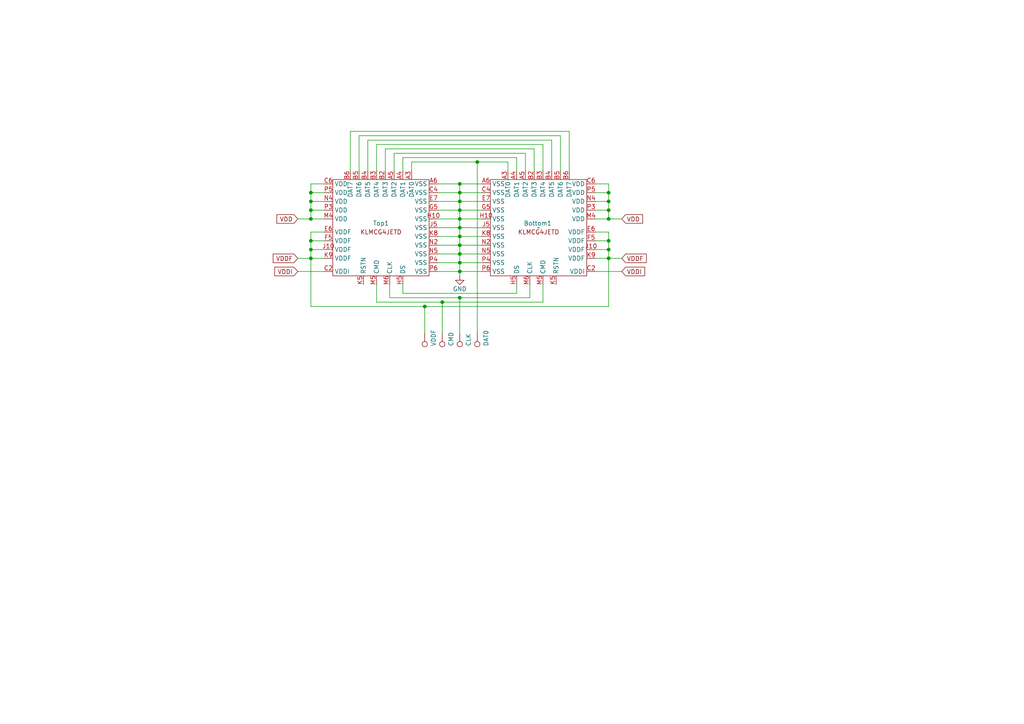
<source format=kicad_sch>
(kicad_sch (version 20230121) (generator eeschema)
  (paper "A4")
  (lib_symbols
    (symbol "KLMCG4JETD:bottom"
      (property "Reference" "U" (at 0 1.27 0))
      (symbol "bottom_0_1"
        (rectangle (start -13.97 13.97) (end 13.97 -13.97))
      )
      (symbol "bottom_1_1"
        (text "KLMCG4JETD" (at 0 -1.27 0) (effects (font (size 1.27 1.27))))
        (pin bidirectional line (at 8.89 16.51 270) (length 2.54) (name "DAT0") (number "A3"))
        (pin bidirectional line (at 6.35 16.51 270) (length 2.54) (name "DAT1") (number "A4"))
        (pin bidirectional line (at 3.81 16.51 270) (length 2.54) (name "DAT2") (number "A5"))
        (pin power_out line (at 16.51 12.7 180) (length 2.54) (name "VSS") (number "A6"))
        (pin bidirectional line (at 1.27 16.51 270) (length 2.54) (name "DAT3") (number "B2"))
        (pin bidirectional line (at -1.27 16.51 270) (length 2.54) (name "DAT4") (number "B3"))
        (pin bidirectional line (at -3.81 16.51 270) (length 2.54) (name "DAT5") (number "B4"))
        (pin bidirectional line (at -6.35 16.51 270) (length 2.54) (name "DAT6") (number "B5"))
        (pin bidirectional line (at -8.89 16.51 270) (length 2.54) (name "DAT7") (number "B6"))
        (pin power_in line (at -16.51 -12.7 0) (length 2.54) (name "VDDI") (number "C2"))
        (pin power_out line (at 16.51 10.16 180) (length 2.54) (name "VSS") (number "C4"))
        (pin power_in line (at -16.51 12.7 0) (length 2.54) (name "VDD") (number "C6"))
        (pin power_in line (at -16.51 -1.27 0) (length 2.54) (name "VDDF") (number "E6"))
        (pin power_out line (at 16.51 7.62 180) (length 2.54) (name "VSS") (number "E7"))
        (pin power_in line (at -16.51 -3.81 0) (length 2.54) (name "VDDF") (number "F5"))
        (pin power_out line (at 16.51 5.08 180) (length 2.54) (name "VSS") (number "G5"))
        (pin power_out line (at 16.51 2.54 180) (length 2.54) (name "VSS") (number "H10"))
        (pin output line (at 6.35 -16.51 90) (length 2.54) (name "DS") (number "H5"))
        (pin power_in line (at -16.51 -6.35 0) (length 2.54) (name "VDDF") (number "J10"))
        (pin power_out line (at 16.51 0 180) (length 2.54) (name "VSS") (number "J5"))
        (pin input line (at -5.08 -16.51 90) (length 2.54) (name "RSTN") (number "K5"))
        (pin power_out line (at 16.51 -2.54 180) (length 2.54) (name "VSS") (number "K8"))
        (pin power_in line (at -16.51 -8.89 0) (length 2.54) (name "VDDF") (number "K9"))
        (pin power_in line (at -16.51 2.54 0) (length 2.54) (name "VDD") (number "M4"))
        (pin bidirectional line (at -1.27 -16.51 90) (length 2.54) (name "CMD") (number "M5"))
        (pin output line (at 2.54 -16.51 90) (length 2.54) (name "CLK") (number "M6"))
        (pin power_out line (at 16.51 -5.08 180) (length 2.54) (name "VSS") (number "N2"))
        (pin power_in line (at -16.51 7.62 0) (length 2.54) (name "VDD") (number "N4"))
        (pin power_out line (at 16.51 -7.62 180) (length 2.54) (name "VSS") (number "N5"))
        (pin power_in line (at -16.51 5.08 0) (length 2.54) (name "VDD") (number "P3"))
        (pin power_out line (at 16.51 -10.16 180) (length 2.54) (name "VSS") (number "P4"))
        (pin power_in line (at -16.51 10.16 0) (length 2.54) (name "VDD") (number "P5"))
        (pin power_out line (at 16.51 -12.7 180) (length 2.54) (name "VSS") (number "P6"))
      )
    )
    (symbol "KLMCG4JETD:top" (in_bom no)
      (symbol "top_0_1"
        (rectangle (start -13.97 13.97) (end 13.97 -13.97))
      )
      (symbol "top_1_1"
        (text "KLMCG4JETD" (at 0 -1.27 0) (effects (font (size 1.27 1.27))))
        (pin bidirectional line (at 8.89 16.51 270) (length 2.54) (name "DAT0") (number "A3"))
        (pin bidirectional line (at 6.35 16.51 270) (length 2.54) (name "DAT1") (number "A4"))
        (pin bidirectional line (at 3.81 16.51 270) (length 2.54) (name "DAT2") (number "A5"))
        (pin power_out line (at 16.51 12.7 180) (length 2.54) (name "VSS") (number "A6"))
        (pin bidirectional line (at 1.27 16.51 270) (length 2.54) (name "DAT3") (number "B2"))
        (pin bidirectional line (at -1.27 16.51 270) (length 2.54) (name "DAT4") (number "B3"))
        (pin bidirectional line (at -3.81 16.51 270) (length 2.54) (name "DAT5") (number "B4"))
        (pin bidirectional line (at -6.35 16.51 270) (length 2.54) (name "DAT6") (number "B5"))
        (pin bidirectional line (at -8.89 16.51 270) (length 2.54) (name "DAT7") (number "B6"))
        (pin power_in line (at -16.51 -12.7 0) (length 2.54) (name "VDDI") (number "C2"))
        (pin power_out line (at 16.51 10.16 180) (length 2.54) (name "VSS") (number "C4"))
        (pin power_in line (at -16.51 12.7 0) (length 2.54) (name "VDD") (number "C6"))
        (pin power_in line (at -16.51 -1.27 0) (length 2.54) (name "VDDF") (number "E6"))
        (pin power_out line (at 16.51 7.62 180) (length 2.54) (name "VSS") (number "E7"))
        (pin power_in line (at -16.51 -3.81 0) (length 2.54) (name "VDDF") (number "F5"))
        (pin power_out line (at 16.51 5.08 180) (length 2.54) (name "VSS") (number "G5"))
        (pin power_out line (at 16.51 2.54 180) (length 2.54) (name "VSS") (number "H10"))
        (pin output line (at 6.35 -16.51 90) (length 2.54) (name "DS") (number "H5"))
        (pin power_in line (at -16.51 -6.35 0) (length 2.54) (name "VDDF") (number "J10"))
        (pin power_out line (at 16.51 0 180) (length 2.54) (name "VSS") (number "J5"))
        (pin input line (at -5.08 -16.51 90) (length 2.54) (name "RSTN") (number "K5"))
        (pin power_out line (at 16.51 -2.54 180) (length 2.54) (name "VSS") (number "K8"))
        (pin power_in line (at -16.51 -8.89 0) (length 2.54) (name "VDDF") (number "K9"))
        (pin power_in line (at -16.51 2.54 0) (length 2.54) (name "VDD") (number "M4"))
        (pin bidirectional line (at -1.27 -16.51 90) (length 2.54) (name "CMD") (number "M5"))
        (pin output line (at 2.54 -16.51 90) (length 2.54) (name "CLK") (number "M6"))
        (pin power_out line (at 16.51 -5.08 180) (length 2.54) (name "VSS") (number "N2"))
        (pin power_in line (at -16.51 7.62 0) (length 2.54) (name "VDD") (number "N4"))
        (pin power_out line (at 16.51 -7.62 180) (length 2.54) (name "VSS") (number "N5"))
        (pin power_in line (at -16.51 5.08 0) (length 2.54) (name "VDD") (number "P3"))
        (pin power_out line (at 16.51 -10.16 180) (length 2.54) (name "VSS") (number "P4"))
        (pin power_in line (at -16.51 10.16 0) (length 2.54) (name "VDD") (number "P5"))
        (pin power_out line (at 16.51 -12.7 180) (length 2.54) (name "VSS") (number "P6"))
      )
    )
    (symbol "SniffPoint:CLK" (pin_numbers hide) (pin_names (offset 0.762) hide)
      (property "Reference" "SP" (at 0 6.858 0))
      (property "Value" "CLK" (at 0 5.08 0))
      (symbol "CLK_0_1"
        (circle (center 0 3.302) (radius 0.762))
      )
      (symbol "CLK_1_1"
        (pin passive line (at 0 0 90) (length 2.54) (name "CLK") (number "CLK"))
      )
    )
    (symbol "SniffPoint:CMD" (pin_numbers hide) (pin_names (offset 0.762) hide)
      (property "Reference" "SP" (at 0 6.858 0))
      (property "Value" "CMD" (at 0 5.08 0))
      (symbol "CMD_0_1"
        (circle (center 0 3.302) (radius 0.762))
      )
      (symbol "CMD_1_1"
        (pin passive line (at 0 0 90) (length 2.54) (name "CMD") (number "CMD"))
      )
    )
    (symbol "SniffPoint:DAT0" (pin_numbers hide) (pin_names (offset 0.762) hide)
      (property "Reference" "SP" (at 0 6.858 0))
      (property "Value" "DAT0" (at 0 5.08 0))
      (symbol "DAT0_0_1"
        (circle (center 0 3.302) (radius 0.762))
      )
      (symbol "DAT0_1_1"
        (pin passive line (at 0 0 90) (length 2.54) (name "DAT0") (number "DAT0"))
      )
    )
    (symbol "power:GND" (power) (pin_numbers hide) (pin_names (offset 0) hide)
      (property "Value" "GND" (at 0 -3.81 0))
      (symbol "GND_0_1"
        (polyline (pts (xy 0 0) (xy 0 -1.27) (xy 1.27 -1.27) (xy 0 -2.54) (xy -1.27 -1.27) (xy 0 -1.27)))
      )
      (symbol "GND_1_1"
        (pin power_in line (at 0 0 270) (length 0) hide (name "GND") (number "1"))
      )
    )
  )
  (junction (at 138.43 46.99))
  (junction (at 90.17 72.39))
  (junction (at 133.35 76.2))
  (junction (at 133.35 68.58))
  (junction (at 133.35 66.04))
  (junction (at 133.35 86.36))
  (junction (at 133.35 78.74))
  (junction (at 176.53 55.88))
  (junction (at 133.35 58.42))
  (junction (at 176.53 74.93))
  (junction (at 133.35 63.5))
  (junction (at 176.53 69.85))
  (junction (at 128.27 87.63))
  (junction (at 90.17 58.42))
  (junction (at 90.17 60.96))
  (junction (at 133.35 71.12))
  (junction (at 133.35 53.34))
  (junction (at 123.19 88.9))
  (junction (at 90.17 69.85))
  (junction (at 133.35 55.88))
  (junction (at 90.17 55.88))
  (junction (at 176.53 58.42))
  (junction (at 176.53 60.96))
  (junction (at 90.17 74.93))
  (junction (at 133.35 60.96))
  (junction (at 176.53 72.39))
  (junction (at 133.35 73.66))
  (junction (at 90.17 63.5))
  (junction (at 176.53 63.5))
  (wire (pts (xy 127 73.66) (xy 133.35 73.66)))
  (wire (pts (xy 153.67 86.36) (xy 153.67 82.55)))
  (wire (pts (xy 90.17 67.31) (xy 90.17 69.85)))
  (wire (pts (xy 101.6 49.53) (xy 101.6 38.1)))
  (wire (pts (xy 123.19 88.9) (xy 123.19 96.52)))
  (wire (pts (xy 90.17 58.42) (xy 90.17 60.96)))
  (wire (pts (xy 113.03 82.55) (xy 113.03 86.36)))
  (wire (pts (xy 172.72 63.5) (xy 176.53 63.5)))
  (wire (pts (xy 111.76 49.53) (xy 111.76 43.18)))
  (wire (pts (xy 127 60.96) (xy 133.35 60.96)))
  (wire (pts (xy 133.35 55.88) (xy 139.7 55.88)))
  (wire (pts (xy 133.35 71.12) (xy 133.35 73.66)))
  (wire (pts (xy 116.84 45.72) (xy 149.86 45.72)))
  (wire (pts (xy 157.48 41.91) (xy 157.48 49.53)))
  (wire (pts (xy 133.35 78.74) (xy 139.7 78.74)))
  (wire (pts (xy 157.48 82.55) (xy 157.48 87.63)))
  (wire (pts (xy 133.35 58.42) (xy 133.35 60.96)))
  (wire (pts (xy 93.98 58.42) (xy 90.17 58.42)))
  (wire (pts (xy 133.35 73.66) (xy 133.35 76.2)))
  (wire (pts (xy 162.56 39.37) (xy 162.56 49.53)))
  (wire (pts (xy 133.35 53.34) (xy 139.7 53.34)))
  (wire (pts (xy 138.43 46.99) (xy 138.43 96.52)))
  (wire (pts (xy 133.35 58.42) (xy 139.7 58.42)))
  (wire (pts (xy 90.17 60.96) (xy 90.17 63.5)))
  (wire (pts (xy 176.53 67.31) (xy 176.53 69.85)))
  (wire (pts (xy 127 63.5) (xy 133.35 63.5)))
  (wire (pts (xy 114.3 49.53) (xy 114.3 44.45)))
  (wire (pts (xy 133.35 53.34) (xy 133.35 55.88)))
  (wire (pts (xy 133.35 55.88) (xy 133.35 58.42)))
  (wire (pts (xy 172.72 78.74) (xy 180.34 78.74)))
  (wire (pts (xy 133.35 66.04) (xy 133.35 68.58)))
  (wire (pts (xy 133.35 68.58) (xy 133.35 71.12)))
  (wire (pts (xy 116.84 49.53) (xy 116.84 45.72)))
  (wire (pts (xy 109.22 82.55) (xy 109.22 87.63)))
  (wire (pts (xy 127 66.04) (xy 133.35 66.04)))
  (wire (pts (xy 90.17 74.93) (xy 93.98 74.93)))
  (wire (pts (xy 176.53 74.93) (xy 176.53 88.9)))
  (wire (pts (xy 90.17 55.88) (xy 90.17 58.42)))
  (wire (pts (xy 133.35 76.2) (xy 133.35 78.74)))
  (wire (pts (xy 172.72 53.34) (xy 176.53 53.34)))
  (wire (pts (xy 93.98 72.39) (xy 90.17 72.39)))
  (wire (pts (xy 176.53 60.96) (xy 176.53 63.5)))
  (wire (pts (xy 104.14 49.53) (xy 104.14 39.37)))
  (wire (pts (xy 176.53 72.39) (xy 176.53 74.93)))
  (wire (pts (xy 172.72 55.88) (xy 176.53 55.88)))
  (wire (pts (xy 133.35 60.96) (xy 133.35 63.5)))
  (wire (pts (xy 86.36 78.74) (xy 93.98 78.74)))
  (wire (pts (xy 101.6 38.1) (xy 165.1 38.1)))
  (wire (pts (xy 149.86 85.09) (xy 149.86 82.55)))
  (wire (pts (xy 109.22 41.91) (xy 157.48 41.91)))
  (wire (pts (xy 138.43 46.99) (xy 147.32 46.99)))
  (wire (pts (xy 86.36 74.93) (xy 90.17 74.93)))
  (wire (pts (xy 128.27 87.63) (xy 128.27 96.52)))
  (wire (pts (xy 109.22 49.53) (xy 109.22 41.91)))
  (wire (pts (xy 93.98 53.34) (xy 90.17 53.34)))
  (wire (pts (xy 106.68 40.64) (xy 160.02 40.64)))
  (wire (pts (xy 133.35 68.58) (xy 139.7 68.58)))
  (wire (pts (xy 133.35 66.04) (xy 139.7 66.04)))
  (wire (pts (xy 90.17 74.93) (xy 90.17 88.9)))
  (wire (pts (xy 127 76.2) (xy 133.35 76.2)))
  (wire (pts (xy 127 55.88) (xy 133.35 55.88)))
  (wire (pts (xy 111.76 43.18) (xy 154.94 43.18)))
  (wire (pts (xy 123.19 88.9) (xy 176.53 88.9)))
  (wire (pts (xy 127 71.12) (xy 133.35 71.12)))
  (wire (pts (xy 90.17 72.39) (xy 90.17 74.93)))
  (wire (pts (xy 113.03 86.36) (xy 133.35 86.36)))
  (wire (pts (xy 133.35 63.5) (xy 133.35 66.04)))
  (wire (pts (xy 172.72 60.96) (xy 176.53 60.96)))
  (wire (pts (xy 114.3 44.45) (xy 152.4 44.45)))
  (wire (pts (xy 93.98 69.85) (xy 90.17 69.85)))
  (wire (pts (xy 133.35 71.12) (xy 139.7 71.12)))
  (wire (pts (xy 152.4 44.45) (xy 152.4 49.53)))
  (wire (pts (xy 176.53 69.85) (xy 176.53 72.39)))
  (wire (pts (xy 90.17 63.5) (xy 93.98 63.5)))
  (wire (pts (xy 176.53 53.34) (xy 176.53 55.88)))
  (wire (pts (xy 109.22 87.63) (xy 128.27 87.63)))
  (wire (pts (xy 90.17 69.85) (xy 90.17 72.39)))
  (wire (pts (xy 127 78.74) (xy 133.35 78.74)))
  (wire (pts (xy 133.35 60.96) (xy 139.7 60.96)))
  (wire (pts (xy 128.27 87.63) (xy 157.48 87.63)))
  (wire (pts (xy 172.72 69.85) (xy 176.53 69.85)))
  (wire (pts (xy 172.72 58.42) (xy 176.53 58.42)))
  (wire (pts (xy 127 58.42) (xy 133.35 58.42)))
  (wire (pts (xy 93.98 67.31) (xy 90.17 67.31)))
  (wire (pts (xy 176.53 58.42) (xy 176.53 60.96)))
  (wire (pts (xy 165.1 38.1) (xy 165.1 49.53)))
  (wire (pts (xy 93.98 55.88) (xy 90.17 55.88)))
  (wire (pts (xy 93.98 60.96) (xy 90.17 60.96)))
  (wire (pts (xy 133.35 73.66) (xy 139.7 73.66)))
  (wire (pts (xy 119.38 46.99) (xy 138.43 46.99)))
  (wire (pts (xy 127 68.58) (xy 133.35 68.58)))
  (wire (pts (xy 133.35 86.36) (xy 153.67 86.36)))
  (wire (pts (xy 86.36 63.5) (xy 90.17 63.5)))
  (wire (pts (xy 104.14 39.37) (xy 162.56 39.37)))
  (wire (pts (xy 172.72 74.93) (xy 176.53 74.93)))
  (wire (pts (xy 176.53 74.93) (xy 180.34 74.93)))
  (wire (pts (xy 133.35 63.5) (xy 139.7 63.5)))
  (wire (pts (xy 149.86 45.72) (xy 149.86 49.53)))
  (wire (pts (xy 172.72 72.39) (xy 176.53 72.39)))
  (wire (pts (xy 133.35 86.36) (xy 133.35 96.52)))
  (wire (pts (xy 127 53.34) (xy 133.35 53.34)))
  (wire (pts (xy 116.84 82.55) (xy 116.84 85.09)))
  (wire (pts (xy 133.35 76.2) (xy 139.7 76.2)))
  (wire (pts (xy 176.53 55.88) (xy 176.53 58.42)))
  (wire (pts (xy 176.53 63.5) (xy 180.34 63.5)))
  (wire (pts (xy 172.72 67.31) (xy 176.53 67.31)))
  (wire (pts (xy 160.02 40.64) (xy 160.02 49.53)))
  (wire (pts (xy 106.68 49.53) (xy 106.68 40.64)))
  (wire (pts (xy 116.84 85.09) (xy 149.86 85.09)))
  (wire (pts (xy 119.38 49.53) (xy 119.38 46.99)))
  (wire (pts (xy 154.94 43.18) (xy 154.94 49.53)))
  (wire (pts (xy 147.32 46.99) (xy 147.32 49.53)))
  (wire (pts (xy 90.17 53.34) (xy 90.17 55.88)))
  (wire (pts (xy 133.35 80.01) (xy 133.35 78.74)))
  (wire (pts (xy 90.17 88.9) (xy 123.19 88.9)))
  (global_label "VDDI" (shape input) (at 180.34 78.74 0) (property "Intersheetrefs" "${INTERSHEET_REFS}" (effects hide)))
  (global_label "VDDF" (shape input) (at 180.34 74.93 0) (property "Intersheetrefs" "${INTERSHEET_REFS}" (effects hide)))
  (global_label "VDD" (shape input) (at 86.36 63.5 180) (property "Intersheetrefs" "${INTERSHEET_REFS}" (effects hide)))
  (global_label "VDDI" (shape input) (at 86.36 78.74 180) (property "Intersheetrefs" "${INTERSHEET_REFS}" (effects hide)))
  (global_label "VDD" (shape input) (at 180.34 63.5 0) (property "Intersheetrefs" "${INTERSHEET_REFS}" (effects hide)))
  (global_label "VDDF" (shape input) (at 86.36 74.93 180) (property "Intersheetrefs" "${INTERSHEET_REFS}" (effects hide)))
  (symbol (lib_id "KLMCG4JETD:bottom") (at 156.21 66.04 0) (mirror y) (unit 1)
    (property "Reference" "Bottom1" (at 160.02 64.77 0) (effects (justify left)))
    (property "Value" "~" (at 156.21 66.04 0))
    (property "Footprint" "KLMCG4JETD:Bottom" (effects hide))
  )
  (symbol (lib_id "SniffPoint:CLK") (at 133.35 96.52 180) (unit 1)
    (property "Reference" "SP2" (effects hide))
    (property "Value" "CLK" (at 135.89 100.457 90) (effects (justify right)))
    (property "Footprint" "SniffPoint:CLK" (effects hide))
  )
  (symbol (lib_id "SniffPoint:DAT0") (at 138.43 96.52 180) (unit 1)
    (property "Reference" "SP3" (effects hide))
    (property "Value" "DAT0" (at 140.97 100.457 90) (effects (justify right)))
    (property "Footprint" "SniffPoint:DAT0" (effects hide))
  )
  (symbol (lib_id "power:GND") (at 133.35 80.01 0) (unit 1)
    (property "Reference" "#PWR01" (effects hide))
    (property "Value" "GND" (at 133.35 83.82 0))
  )
  (symbol (lib_id "KLMCG4JETD:top") (at 110.49 66.04 0) (unit 1) (in_bom no)
    (property "Reference" "Top1" (at 110.49 64.77 0))
    (property "Value" "~" (at 118.11 55.88 90))
    (property "Footprint" "KLMCG4JETD:Top" (effects hide))
  )
  (symbol (lib_id "SniffPoint:CMD") (at 128.27 96.52 180) (unit 1)
    (property "Reference" "SP1" (effects hide))
    (property "Value" "CMD" (at 130.81 100.457 90) (effects (justify right)))
    (property "Footprint" "SniffPoint:CMD" (effects hide))
  )
  (symbol (lib_id "SniffPoint:DAT0") (at 123.19 96.52 180) (unit 1)
    (property "Reference" "SP4" (effects hide))
    (property "Value" "VDDF" (at 125.73 100.457 90) (effects (justify right)))
    (property "Footprint" "SniffPoint:VDDF" (effects hide))
  )
)
</source>
